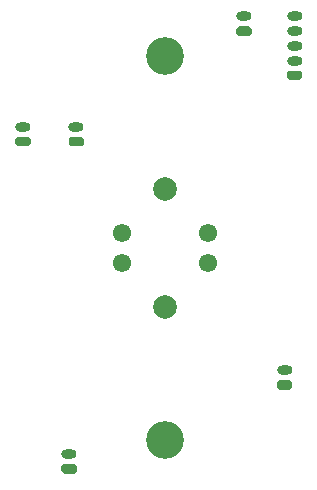
<source format=gbr>
%TF.GenerationSoftware,KiCad,Pcbnew,(5.1.9)-1*%
%TF.CreationDate,2021-05-21T15:12:25+01:00*%
%TF.ProjectId,NosepokeV1.0,4e6f7365-706f-46b6-9556-312e302e6b69,rev?*%
%TF.SameCoordinates,Original*%
%TF.FileFunction,Soldermask,Bot*%
%TF.FilePolarity,Negative*%
%FSLAX46Y46*%
G04 Gerber Fmt 4.6, Leading zero omitted, Abs format (unit mm)*
G04 Created by KiCad (PCBNEW (5.1.9)-1) date 2021-05-21 15:12:25*
%MOMM*%
%LPD*%
G01*
G04 APERTURE LIST*
%ADD10C,2.000000*%
%ADD11O,1.300000X0.800000*%
%ADD12C,1.550000*%
%ADD13C,3.200000*%
G04 APERTURE END LIST*
D10*
%TO.C,REF\u002A\u002A*%
X14000000Y-27500000D03*
%TD*%
%TO.C,REF\u002A\u002A*%
X14000000Y-17500000D03*
%TD*%
D11*
%TO.C,J8*%
X24955500Y-2874000D03*
X24955500Y-4124000D03*
X24955500Y-5374000D03*
X24955500Y-6624000D03*
G36*
G01*
X25405500Y-8274000D02*
X24505500Y-8274000D01*
G75*
G02*
X24305500Y-8074000I0J200000D01*
G01*
X24305500Y-7674000D01*
G75*
G02*
X24505500Y-7474000I200000J0D01*
G01*
X25405500Y-7474000D01*
G75*
G02*
X25605500Y-7674000I0J-200000D01*
G01*
X25605500Y-8074000D01*
G75*
G02*
X25405500Y-8274000I-200000J0D01*
G01*
G37*
%TD*%
D12*
%TO.C,J2*%
X17627600Y-21234400D03*
X17627600Y-23774400D03*
%TD*%
D13*
%TO.C,Mount1*%
X14000000Y-6250000D03*
%TD*%
%TO.C,Mount2*%
X14000000Y-38750000D03*
%TD*%
%TO.C,J7*%
G36*
G01*
X6927000Y-13887720D02*
X6027000Y-13887720D01*
G75*
G02*
X5827000Y-13687720I0J200000D01*
G01*
X5827000Y-13287720D01*
G75*
G02*
X6027000Y-13087720I200000J0D01*
G01*
X6927000Y-13087720D01*
G75*
G02*
X7127000Y-13287720I0J-200000D01*
G01*
X7127000Y-13687720D01*
G75*
G02*
X6927000Y-13887720I-200000J0D01*
G01*
G37*
D11*
X6477000Y-12237720D03*
%TD*%
%TO.C,J6*%
X20675600Y-2877500D03*
G36*
G01*
X21125600Y-4527500D02*
X20225600Y-4527500D01*
G75*
G02*
X20025600Y-4327500I0J200000D01*
G01*
X20025600Y-3927500D01*
G75*
G02*
X20225600Y-3727500I200000J0D01*
G01*
X21125600Y-3727500D01*
G75*
G02*
X21325600Y-3927500I0J-200000D01*
G01*
X21325600Y-4327500D01*
G75*
G02*
X21125600Y-4527500I-200000J0D01*
G01*
G37*
%TD*%
%TO.C,J5*%
G36*
G01*
X2405800Y-13887720D02*
X1505800Y-13887720D01*
G75*
G02*
X1305800Y-13687720I0J200000D01*
G01*
X1305800Y-13287720D01*
G75*
G02*
X1505800Y-13087720I200000J0D01*
G01*
X2405800Y-13087720D01*
G75*
G02*
X2605800Y-13287720I0J-200000D01*
G01*
X2605800Y-13687720D01*
G75*
G02*
X2405800Y-13887720I-200000J0D01*
G01*
G37*
X1955800Y-12237720D03*
%TD*%
%TO.C,J4*%
X5869940Y-39941500D03*
G36*
G01*
X6319940Y-41591500D02*
X5419940Y-41591500D01*
G75*
G02*
X5219940Y-41391500I0J200000D01*
G01*
X5219940Y-40991500D01*
G75*
G02*
X5419940Y-40791500I200000J0D01*
G01*
X6319940Y-40791500D01*
G75*
G02*
X6519940Y-40991500I0J-200000D01*
G01*
X6519940Y-41391500D01*
G75*
G02*
X6319940Y-41591500I-200000J0D01*
G01*
G37*
%TD*%
%TO.C,J3*%
X24119840Y-32824100D03*
G36*
G01*
X24569840Y-34474100D02*
X23669840Y-34474100D01*
G75*
G02*
X23469840Y-34274100I0J200000D01*
G01*
X23469840Y-33874100D01*
G75*
G02*
X23669840Y-33674100I200000J0D01*
G01*
X24569840Y-33674100D01*
G75*
G02*
X24769840Y-33874100I0J-200000D01*
G01*
X24769840Y-34274100D01*
G75*
G02*
X24569840Y-34474100I-200000J0D01*
G01*
G37*
%TD*%
D12*
%TO.C,J1*%
X10337800Y-21234400D03*
X10337800Y-23774400D03*
%TD*%
M02*

</source>
